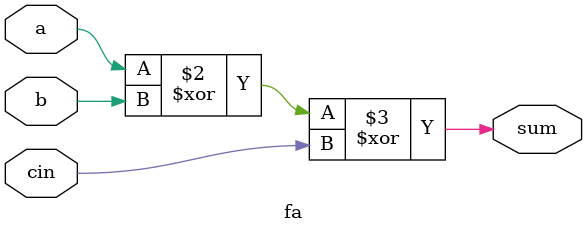
<source format=v>
module cla(input[31:0] a, input[31:0] b, output[31:0] out);
	wire[32:0] c;
	carry my_carry(a,b,c);
	genvar i;
	generate
		for(i = 0; i < 32; i = i+1)
		begin
			fa my_fa(a[i], b[i], c[i], out[i]);
		end
	endgenerate 
endmodule

module carry(input[31:0] a, input[31:0] b, output[32:0] c);
	assign c[0] = 1'b0;
	wire[31:0] p, g;
	genvar i;
	generate
		for(i = 0; i < 32; i = i+1)
		begin
			assign p[i] = a[i] | b[i];
			assign g[i] = a[i] & b[i];
			assign c[i+1] = (p[i] & c[i]) | g[i];
		end
	endgenerate
endmodule 

module fa(input a, input b, input cin, output reg sum);
	always @(a or b or cin)
	begin
		sum = a^b^cin;
	end
endmodule  

</source>
